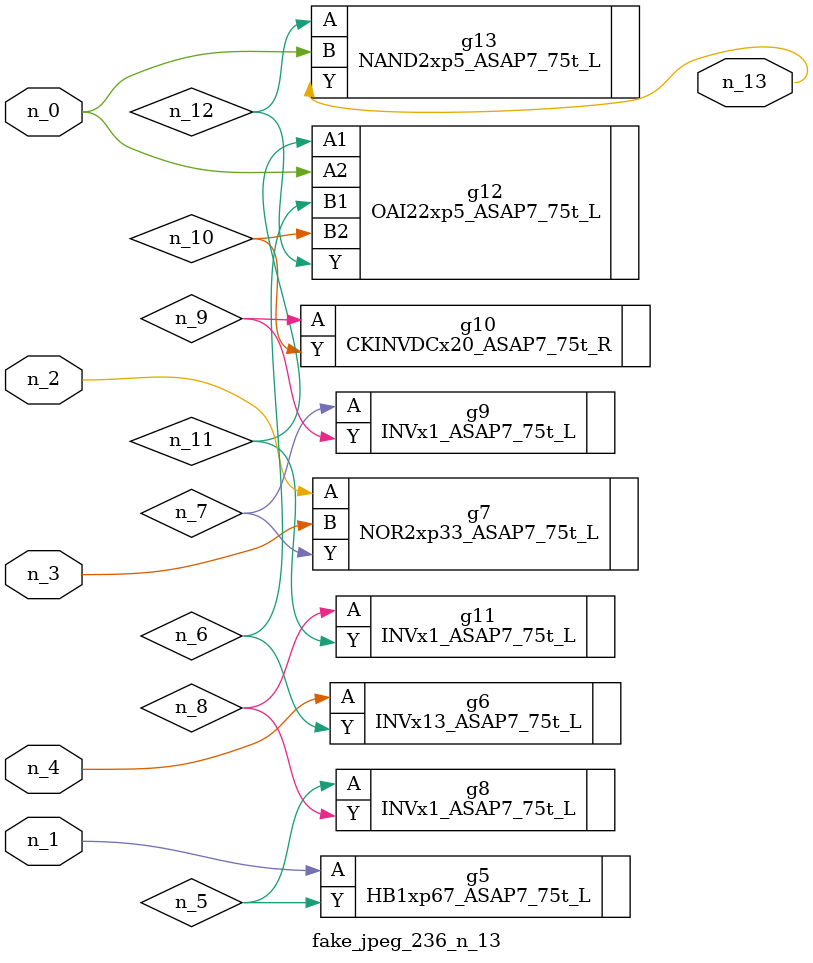
<source format=v>
module fake_jpeg_236_n_13 (n_3, n_2, n_1, n_0, n_4, n_13);

input n_3;
input n_2;
input n_1;
input n_0;
input n_4;

output n_13;

wire n_11;
wire n_10;
wire n_12;
wire n_8;
wire n_9;
wire n_6;
wire n_5;
wire n_7;

HB1xp67_ASAP7_75t_L g5 ( 
.A(n_1),
.Y(n_5)
);

INVx13_ASAP7_75t_L g6 ( 
.A(n_4),
.Y(n_6)
);

NOR2xp33_ASAP7_75t_L g7 ( 
.A(n_2),
.B(n_3),
.Y(n_7)
);

INVx1_ASAP7_75t_L g8 ( 
.A(n_5),
.Y(n_8)
);

INVx1_ASAP7_75t_L g11 ( 
.A(n_8),
.Y(n_11)
);

INVx1_ASAP7_75t_L g9 ( 
.A(n_7),
.Y(n_9)
);

CKINVDCx20_ASAP7_75t_R g10 ( 
.A(n_9),
.Y(n_10)
);

OAI22xp5_ASAP7_75t_L g12 ( 
.A1(n_11),
.A2(n_0),
.B1(n_6),
.B2(n_10),
.Y(n_12)
);

NAND2xp5_ASAP7_75t_L g13 ( 
.A(n_12),
.B(n_0),
.Y(n_13)
);


endmodule
</source>
